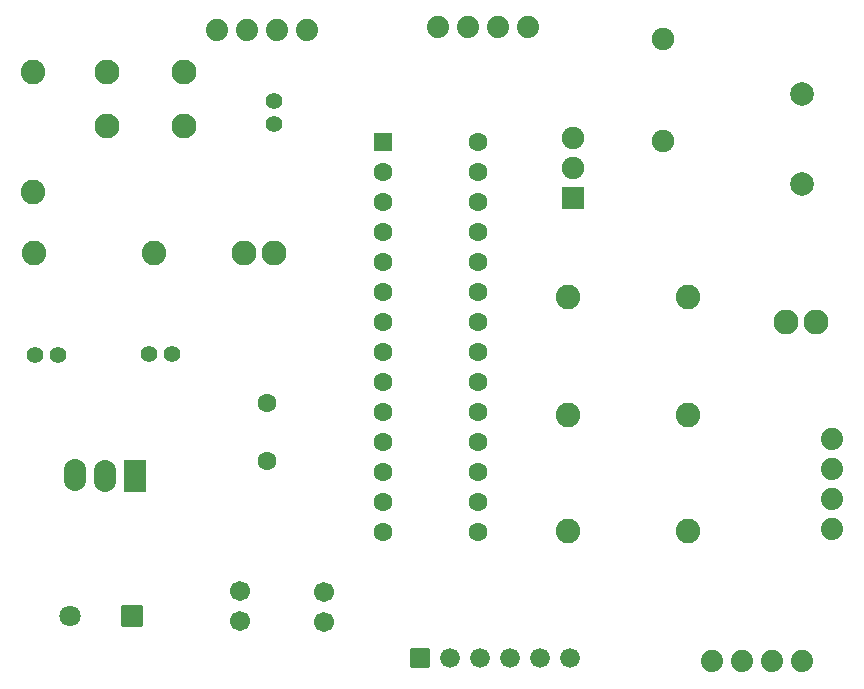
<source format=gbs>
G04 Layer: BottomSolderMaskLayer*
G04 EasyEDA v6.5.22, 2023-04-19 18:57:47*
G04 ea0b047a10f34627951ed673aab6b0d1,23e0b72c0ed747e58eec44992e5d9f69,10*
G04 Gerber Generator version 0.2*
G04 Scale: 100 percent, Rotated: No, Reflected: No *
G04 Dimensions in millimeters *
G04 leading zeros omitted , absolute positions ,4 integer and 5 decimal *
%FSLAX45Y45*%
%MOMM*%

%AMMACRO1*1,1,$1,$2,$3*1,1,$1,$4,$5*1,1,$1,0-$2,0-$3*1,1,$1,0-$4,0-$5*20,1,$1,$2,$3,$4,$5,0*20,1,$1,$4,$5,0-$2,0-$3,0*20,1,$1,0-$2,0-$3,0-$4,0-$5,0*20,1,$1,0-$4,0-$5,$2,$3,0*4,1,4,$2,$3,$4,$5,0-$2,0-$3,0-$4,0-$5,$2,$3,0*%
%ADD10C,1.4016*%
%ADD11C,1.7016*%
%ADD12C,2.1032*%
%ADD13C,1.9016*%
%ADD14C,1.8796*%
%ADD15C,1.6764*%
%ADD16MACRO1,0.1016X-0.7874X0.7874X0.7874X0.7874*%
%ADD17MACRO1,0.1016X-0.85X0.85X0.85X0.85*%
%ADD18C,1.8016*%
%ADD19C,2.0032*%
%ADD20MACRO1,0.1016X-0.9X0.9X0.9X0.9*%
%ADD21C,2.0828*%
%ADD22C,2.1016*%
%ADD23MACRO1,0.1016X0.75X0.75X0.75X-0.75*%
%ADD24C,1.6016*%
%ADD25O,1.9015964X2.7015948*%
%ADD26MACRO1,0.1016X0.9X-1.3X-0.9X-1.3*%

%LPD*%
D10*
G01*
X2730500Y5103799D03*
G01*
X2730500Y4903800D03*
G01*
X1865299Y2959100D03*
G01*
X1665300Y2959100D03*
G01*
X700100Y2946400D03*
G01*
X900099Y2946400D03*
D11*
G01*
X3149600Y939800D03*
G01*
X3149600Y685800D03*
G01*
X2438400Y952500D03*
G01*
X2438400Y698500D03*
D12*
G01*
X7061200Y3225800D03*
G01*
X7315200Y3225800D03*
G01*
X2476500Y3810000D03*
G01*
X2730500Y3810000D03*
D13*
G01*
X6019800Y4759299D03*
G01*
X6019800Y5629300D03*
D14*
G01*
X4114825Y5727700D03*
G01*
X4368825Y5727700D03*
G01*
X4622825Y5727700D03*
G01*
X4876825Y5727700D03*
G01*
X3009900Y5702300D03*
G01*
X2755900Y5702300D03*
G01*
X2501900Y5702300D03*
G01*
X2247900Y5702300D03*
G01*
X7454900Y1473200D03*
G01*
X7454900Y1727200D03*
G01*
X7454900Y1981200D03*
G01*
X7454900Y2235200D03*
G01*
X6438900Y355600D03*
G01*
X6692900Y355600D03*
G01*
X6946900Y355600D03*
G01*
X7200900Y355600D03*
D15*
G01*
X5232425Y381000D03*
G01*
X4978425Y381000D03*
G01*
X4724425Y381000D03*
G01*
X4470425Y381000D03*
G01*
X4216425Y381000D03*
D16*
G01*
X3962400Y381000D03*
D17*
G01*
X1526539Y736600D03*
D18*
G01*
X998220Y736600D03*
D19*
G01*
X7200900Y4394200D03*
G01*
X7200900Y5156200D03*
D20*
G01*
X5257800Y4279900D03*
D13*
G01*
X5257800Y4533900D03*
G01*
X5257800Y4787900D03*
D21*
G01*
X5219700Y2438400D03*
G01*
X6235700Y2438400D03*
G01*
X685800Y4330700D03*
G01*
X685800Y5346700D03*
G01*
X698500Y3810000D03*
G01*
X1714500Y3810000D03*
G01*
X6235700Y1460500D03*
G01*
X5219700Y1460500D03*
G01*
X6235674Y3441700D03*
G01*
X5219674Y3441700D03*
D22*
G01*
X1313332Y5343093D03*
G01*
X1963318Y5343093D03*
G01*
X1963318Y4893106D03*
G01*
X1313332Y4893106D03*
D23*
G01*
X3651300Y4749800D03*
D24*
G01*
X3651300Y4495800D03*
G01*
X3651300Y4241800D03*
G01*
X3651300Y3987800D03*
G01*
X3651300Y3733800D03*
G01*
X3651300Y3479800D03*
G01*
X3651300Y3225800D03*
G01*
X3651300Y2971800D03*
G01*
X3651300Y2717800D03*
G01*
X3651300Y2463800D03*
G01*
X3651300Y2209800D03*
G01*
X3651300Y1955800D03*
G01*
X3651300Y1701800D03*
G01*
X3651300Y1447800D03*
G01*
X4451299Y4749800D03*
G01*
X4451299Y4495800D03*
G01*
X4451299Y4241800D03*
G01*
X4451299Y3987800D03*
G01*
X4451299Y3733800D03*
G01*
X4451299Y3479800D03*
G01*
X4451299Y3225800D03*
G01*
X4451299Y2971800D03*
G01*
X4451299Y2717800D03*
G01*
X4451299Y2463800D03*
G01*
X4451299Y2209800D03*
G01*
X4451299Y1955800D03*
G01*
X4451299Y1701800D03*
G01*
X4451299Y1447800D03*
D25*
G01*
X1295425Y1929892D03*
G01*
X1041400Y1930882D03*
D26*
G01*
X1549412Y1929904D03*
D24*
G01*
X2667000Y2542692D03*
G01*
X2667000Y2054707D03*
M02*

</source>
